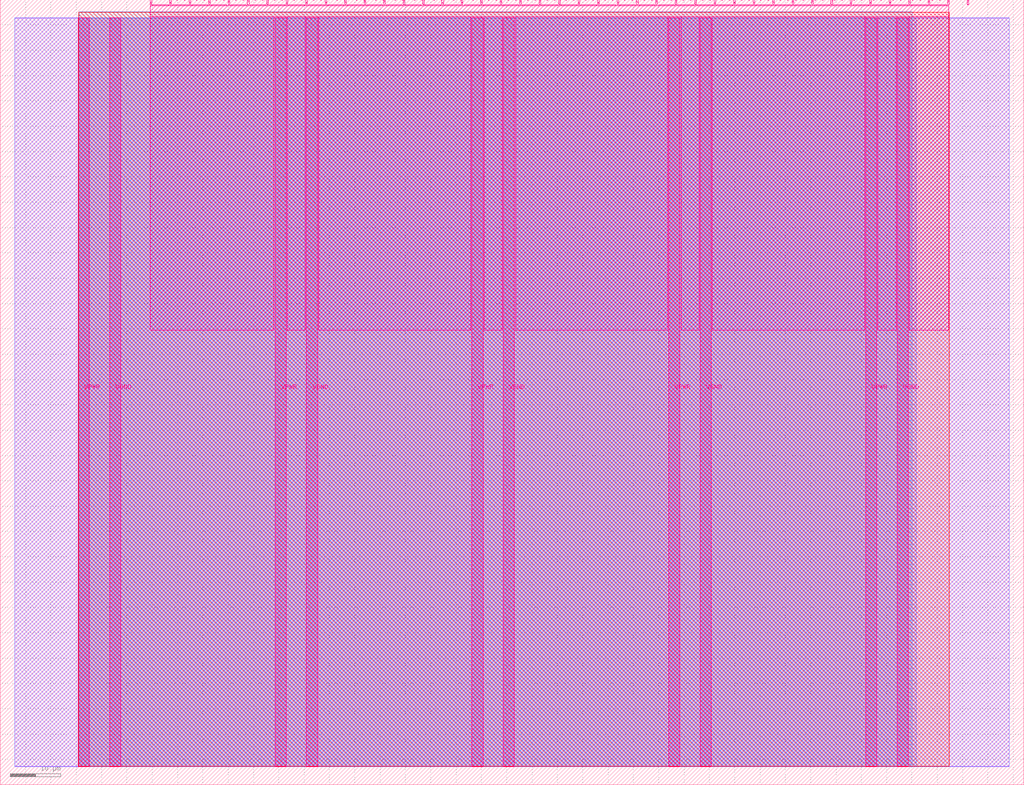
<source format=lef>
VERSION 5.7 ;
  NOWIREEXTENSIONATPIN ON ;
  DIVIDERCHAR "/" ;
  BUSBITCHARS "[]" ;
MACRO tt_um_zhouzhouthezhou_adder
  CLASS BLOCK ;
  FOREIGN tt_um_zhouzhouthezhou_adder ;
  ORIGIN 0.000 0.000 ;
  SIZE 202.080 BY 154.980 ;
  PIN VGND
    DIRECTION INOUT ;
    USE GROUND ;
    PORT
      LAYER Metal5 ;
        RECT 21.580 3.560 23.780 151.420 ;
    END
    PORT
      LAYER Metal5 ;
        RECT 60.450 3.560 62.650 151.420 ;
    END
    PORT
      LAYER Metal5 ;
        RECT 99.320 3.560 101.520 151.420 ;
    END
    PORT
      LAYER Metal5 ;
        RECT 138.190 3.560 140.390 151.420 ;
    END
    PORT
      LAYER Metal5 ;
        RECT 177.060 3.560 179.260 151.420 ;
    END
  END VGND
  PIN VPWR
    DIRECTION INOUT ;
    USE POWER ;
    PORT
      LAYER Metal5 ;
        RECT 15.380 3.560 17.580 151.420 ;
    END
    PORT
      LAYER Metal5 ;
        RECT 54.250 3.560 56.450 151.420 ;
    END
    PORT
      LAYER Metal5 ;
        RECT 93.120 3.560 95.320 151.420 ;
    END
    PORT
      LAYER Metal5 ;
        RECT 131.990 3.560 134.190 151.420 ;
    END
    PORT
      LAYER Metal5 ;
        RECT 170.860 3.560 173.060 151.420 ;
    END
  END VPWR
  PIN clk
    DIRECTION INPUT ;
    USE SIGNAL ;
    ANTENNAGATEAREA 0.213200 ;
    PORT
      LAYER Metal5 ;
        RECT 187.050 153.980 187.350 154.980 ;
    END
  END clk
  PIN ena
    DIRECTION INPUT ;
    USE SIGNAL ;
    PORT
      LAYER Metal5 ;
        RECT 190.890 153.980 191.190 154.980 ;
    END
  END ena
  PIN rst_n
    DIRECTION INPUT ;
    USE SIGNAL ;
    PORT
      LAYER Metal5 ;
        RECT 183.210 153.980 183.510 154.980 ;
    END
  END rst_n
  PIN ui_in[0]
    DIRECTION INPUT ;
    USE SIGNAL ;
    ANTENNAGATEAREA 0.213200 ;
    PORT
      LAYER Metal5 ;
        RECT 179.370 153.980 179.670 154.980 ;
    END
  END ui_in[0]
  PIN ui_in[1]
    DIRECTION INPUT ;
    USE SIGNAL ;
    ANTENNAGATEAREA 0.213200 ;
    PORT
      LAYER Metal5 ;
        RECT 175.530 153.980 175.830 154.980 ;
    END
  END ui_in[1]
  PIN ui_in[2]
    DIRECTION INPUT ;
    USE SIGNAL ;
    ANTENNAGATEAREA 0.180700 ;
    PORT
      LAYER Metal5 ;
        RECT 171.690 153.980 171.990 154.980 ;
    END
  END ui_in[2]
  PIN ui_in[3]
    DIRECTION INPUT ;
    USE SIGNAL ;
    ANTENNAGATEAREA 0.180700 ;
    PORT
      LAYER Metal5 ;
        RECT 167.850 153.980 168.150 154.980 ;
    END
  END ui_in[3]
  PIN ui_in[4]
    DIRECTION INPUT ;
    USE SIGNAL ;
    ANTENNAGATEAREA 0.213200 ;
    PORT
      LAYER Metal5 ;
        RECT 164.010 153.980 164.310 154.980 ;
    END
  END ui_in[4]
  PIN ui_in[5]
    DIRECTION INPUT ;
    USE SIGNAL ;
    ANTENNAGATEAREA 0.213200 ;
    PORT
      LAYER Metal5 ;
        RECT 160.170 153.980 160.470 154.980 ;
    END
  END ui_in[5]
  PIN ui_in[6]
    DIRECTION INPUT ;
    USE SIGNAL ;
    ANTENNAGATEAREA 0.180700 ;
    PORT
      LAYER Metal5 ;
        RECT 156.330 153.980 156.630 154.980 ;
    END
  END ui_in[6]
  PIN ui_in[7]
    DIRECTION INPUT ;
    USE SIGNAL ;
    ANTENNAGATEAREA 0.180700 ;
    PORT
      LAYER Metal5 ;
        RECT 152.490 153.980 152.790 154.980 ;
    END
  END ui_in[7]
  PIN uio_in[0]
    DIRECTION INPUT ;
    USE SIGNAL ;
    PORT
      LAYER Metal5 ;
        RECT 148.650 153.980 148.950 154.980 ;
    END
  END uio_in[0]
  PIN uio_in[1]
    DIRECTION INPUT ;
    USE SIGNAL ;
    PORT
      LAYER Metal5 ;
        RECT 144.810 153.980 145.110 154.980 ;
    END
  END uio_in[1]
  PIN uio_in[2]
    DIRECTION INPUT ;
    USE SIGNAL ;
    PORT
      LAYER Metal5 ;
        RECT 140.970 153.980 141.270 154.980 ;
    END
  END uio_in[2]
  PIN uio_in[3]
    DIRECTION INPUT ;
    USE SIGNAL ;
    PORT
      LAYER Metal5 ;
        RECT 137.130 153.980 137.430 154.980 ;
    END
  END uio_in[3]
  PIN uio_in[4]
    DIRECTION INPUT ;
    USE SIGNAL ;
    PORT
      LAYER Metal5 ;
        RECT 133.290 153.980 133.590 154.980 ;
    END
  END uio_in[4]
  PIN uio_in[5]
    DIRECTION INPUT ;
    USE SIGNAL ;
    PORT
      LAYER Metal5 ;
        RECT 129.450 153.980 129.750 154.980 ;
    END
  END uio_in[5]
  PIN uio_in[6]
    DIRECTION INPUT ;
    USE SIGNAL ;
    PORT
      LAYER Metal5 ;
        RECT 125.610 153.980 125.910 154.980 ;
    END
  END uio_in[6]
  PIN uio_in[7]
    DIRECTION INPUT ;
    USE SIGNAL ;
    PORT
      LAYER Metal5 ;
        RECT 121.770 153.980 122.070 154.980 ;
    END
  END uio_in[7]
  PIN uio_oe[0]
    DIRECTION OUTPUT ;
    USE SIGNAL ;
    ANTENNADIFFAREA 0.299200 ;
    PORT
      LAYER Metal5 ;
        RECT 56.490 153.980 56.790 154.980 ;
    END
  END uio_oe[0]
  PIN uio_oe[1]
    DIRECTION OUTPUT ;
    USE SIGNAL ;
    ANTENNADIFFAREA 0.299200 ;
    PORT
      LAYER Metal5 ;
        RECT 52.650 153.980 52.950 154.980 ;
    END
  END uio_oe[1]
  PIN uio_oe[2]
    DIRECTION OUTPUT ;
    USE SIGNAL ;
    ANTENNADIFFAREA 0.299200 ;
    PORT
      LAYER Metal5 ;
        RECT 48.810 153.980 49.110 154.980 ;
    END
  END uio_oe[2]
  PIN uio_oe[3]
    DIRECTION OUTPUT ;
    USE SIGNAL ;
    ANTENNADIFFAREA 0.299200 ;
    PORT
      LAYER Metal5 ;
        RECT 44.970 153.980 45.270 154.980 ;
    END
  END uio_oe[3]
  PIN uio_oe[4]
    DIRECTION OUTPUT ;
    USE SIGNAL ;
    ANTENNADIFFAREA 0.299200 ;
    PORT
      LAYER Metal5 ;
        RECT 41.130 153.980 41.430 154.980 ;
    END
  END uio_oe[4]
  PIN uio_oe[5]
    DIRECTION OUTPUT ;
    USE SIGNAL ;
    ANTENNADIFFAREA 0.299200 ;
    PORT
      LAYER Metal5 ;
        RECT 37.290 153.980 37.590 154.980 ;
    END
  END uio_oe[5]
  PIN uio_oe[6]
    DIRECTION OUTPUT ;
    USE SIGNAL ;
    ANTENNADIFFAREA 0.299200 ;
    PORT
      LAYER Metal5 ;
        RECT 33.450 153.980 33.750 154.980 ;
    END
  END uio_oe[6]
  PIN uio_oe[7]
    DIRECTION OUTPUT ;
    USE SIGNAL ;
    ANTENNADIFFAREA 0.299200 ;
    PORT
      LAYER Metal5 ;
        RECT 29.610 153.980 29.910 154.980 ;
    END
  END uio_oe[7]
  PIN uio_out[0]
    DIRECTION OUTPUT ;
    USE SIGNAL ;
    ANTENNADIFFAREA 0.299200 ;
    PORT
      LAYER Metal5 ;
        RECT 87.210 153.980 87.510 154.980 ;
    END
  END uio_out[0]
  PIN uio_out[1]
    DIRECTION OUTPUT ;
    USE SIGNAL ;
    ANTENNADIFFAREA 0.299200 ;
    PORT
      LAYER Metal5 ;
        RECT 83.370 153.980 83.670 154.980 ;
    END
  END uio_out[1]
  PIN uio_out[2]
    DIRECTION OUTPUT ;
    USE SIGNAL ;
    ANTENNADIFFAREA 0.299200 ;
    PORT
      LAYER Metal5 ;
        RECT 79.530 153.980 79.830 154.980 ;
    END
  END uio_out[2]
  PIN uio_out[3]
    DIRECTION OUTPUT ;
    USE SIGNAL ;
    ANTENNADIFFAREA 0.299200 ;
    PORT
      LAYER Metal5 ;
        RECT 75.690 153.980 75.990 154.980 ;
    END
  END uio_out[3]
  PIN uio_out[4]
    DIRECTION OUTPUT ;
    USE SIGNAL ;
    ANTENNADIFFAREA 0.299200 ;
    PORT
      LAYER Metal5 ;
        RECT 71.850 153.980 72.150 154.980 ;
    END
  END uio_out[4]
  PIN uio_out[5]
    DIRECTION OUTPUT ;
    USE SIGNAL ;
    ANTENNADIFFAREA 0.299200 ;
    PORT
      LAYER Metal5 ;
        RECT 68.010 153.980 68.310 154.980 ;
    END
  END uio_out[5]
  PIN uio_out[6]
    DIRECTION OUTPUT ;
    USE SIGNAL ;
    ANTENNADIFFAREA 0.299200 ;
    PORT
      LAYER Metal5 ;
        RECT 64.170 153.980 64.470 154.980 ;
    END
  END uio_out[6]
  PIN uio_out[7]
    DIRECTION OUTPUT ;
    USE SIGNAL ;
    ANTENNADIFFAREA 0.299200 ;
    PORT
      LAYER Metal5 ;
        RECT 60.330 153.980 60.630 154.980 ;
    END
  END uio_out[7]
  PIN uo_out[0]
    DIRECTION OUTPUT ;
    USE SIGNAL ;
    ANTENNADIFFAREA 0.632400 ;
    PORT
      LAYER Metal5 ;
        RECT 117.930 153.980 118.230 154.980 ;
    END
  END uo_out[0]
  PIN uo_out[1]
    DIRECTION OUTPUT ;
    USE SIGNAL ;
    ANTENNADIFFAREA 0.632400 ;
    PORT
      LAYER Metal5 ;
        RECT 114.090 153.980 114.390 154.980 ;
    END
  END uo_out[1]
  PIN uo_out[2]
    DIRECTION OUTPUT ;
    USE SIGNAL ;
    ANTENNADIFFAREA 0.632400 ;
    PORT
      LAYER Metal5 ;
        RECT 110.250 153.980 110.550 154.980 ;
    END
  END uo_out[2]
  PIN uo_out[3]
    DIRECTION OUTPUT ;
    USE SIGNAL ;
    ANTENNADIFFAREA 0.632400 ;
    PORT
      LAYER Metal5 ;
        RECT 106.410 153.980 106.710 154.980 ;
    END
  END uo_out[3]
  PIN uo_out[4]
    DIRECTION OUTPUT ;
    USE SIGNAL ;
    ANTENNADIFFAREA 0.632400 ;
    PORT
      LAYER Metal5 ;
        RECT 102.570 153.980 102.870 154.980 ;
    END
  END uo_out[4]
  PIN uo_out[5]
    DIRECTION OUTPUT ;
    USE SIGNAL ;
    ANTENNADIFFAREA 0.632400 ;
    PORT
      LAYER Metal5 ;
        RECT 98.730 153.980 99.030 154.980 ;
    END
  END uo_out[5]
  PIN uo_out[6]
    DIRECTION OUTPUT ;
    USE SIGNAL ;
    ANTENNADIFFAREA 0.632400 ;
    PORT
      LAYER Metal5 ;
        RECT 94.890 153.980 95.190 154.980 ;
    END
  END uo_out[6]
  PIN uo_out[7]
    DIRECTION OUTPUT ;
    USE SIGNAL ;
    ANTENNADIFFAREA 0.632400 ;
    PORT
      LAYER Metal5 ;
        RECT 91.050 153.980 91.350 154.980 ;
    END
  END uo_out[7]
  OBS
      LAYER GatPoly ;
        RECT 2.880 3.630 199.200 151.350 ;
      LAYER Metal1 ;
        RECT 2.880 3.560 199.200 151.420 ;
      LAYER Metal2 ;
        RECT 15.515 3.680 180.865 151.300 ;
      LAYER Metal3 ;
        RECT 15.560 3.635 180.100 152.605 ;
      LAYER Metal4 ;
        RECT 15.515 3.680 187.345 152.560 ;
      LAYER Metal5 ;
        RECT 30.120 153.770 33.240 153.980 ;
        RECT 33.960 153.770 37.080 153.980 ;
        RECT 37.800 153.770 40.920 153.980 ;
        RECT 41.640 153.770 44.760 153.980 ;
        RECT 45.480 153.770 48.600 153.980 ;
        RECT 49.320 153.770 52.440 153.980 ;
        RECT 53.160 153.770 56.280 153.980 ;
        RECT 57.000 153.770 60.120 153.980 ;
        RECT 60.840 153.770 63.960 153.980 ;
        RECT 64.680 153.770 67.800 153.980 ;
        RECT 68.520 153.770 71.640 153.980 ;
        RECT 72.360 153.770 75.480 153.980 ;
        RECT 76.200 153.770 79.320 153.980 ;
        RECT 80.040 153.770 83.160 153.980 ;
        RECT 83.880 153.770 87.000 153.980 ;
        RECT 87.720 153.770 90.840 153.980 ;
        RECT 91.560 153.770 94.680 153.980 ;
        RECT 95.400 153.770 98.520 153.980 ;
        RECT 99.240 153.770 102.360 153.980 ;
        RECT 103.080 153.770 106.200 153.980 ;
        RECT 106.920 153.770 110.040 153.980 ;
        RECT 110.760 153.770 113.880 153.980 ;
        RECT 114.600 153.770 117.720 153.980 ;
        RECT 118.440 153.770 121.560 153.980 ;
        RECT 122.280 153.770 125.400 153.980 ;
        RECT 126.120 153.770 129.240 153.980 ;
        RECT 129.960 153.770 133.080 153.980 ;
        RECT 133.800 153.770 136.920 153.980 ;
        RECT 137.640 153.770 140.760 153.980 ;
        RECT 141.480 153.770 144.600 153.980 ;
        RECT 145.320 153.770 148.440 153.980 ;
        RECT 149.160 153.770 152.280 153.980 ;
        RECT 153.000 153.770 156.120 153.980 ;
        RECT 156.840 153.770 159.960 153.980 ;
        RECT 160.680 153.770 163.800 153.980 ;
        RECT 164.520 153.770 167.640 153.980 ;
        RECT 168.360 153.770 171.480 153.980 ;
        RECT 172.200 153.770 175.320 153.980 ;
        RECT 176.040 153.770 179.160 153.980 ;
        RECT 179.880 153.770 183.000 153.980 ;
        RECT 183.720 153.770 186.840 153.980 ;
        RECT 29.660 151.630 187.300 153.770 ;
        RECT 29.660 89.735 54.040 151.630 ;
        RECT 56.660 89.735 60.240 151.630 ;
        RECT 62.860 89.735 92.910 151.630 ;
        RECT 95.530 89.735 99.110 151.630 ;
        RECT 101.730 89.735 131.780 151.630 ;
        RECT 134.400 89.735 137.980 151.630 ;
        RECT 140.600 89.735 170.650 151.630 ;
        RECT 173.270 89.735 176.850 151.630 ;
        RECT 179.470 89.735 187.300 151.630 ;
  END
END tt_um_zhouzhouthezhou_adder
END LIBRARY


</source>
